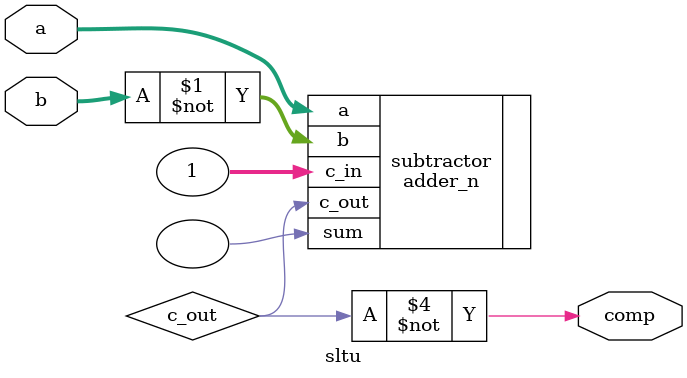
<source format=sv>
module sltu(a, b, comp);

parameter N = 32;

input wire [N-1:0] a, b;
output logic comp;


logic [N-1:0] sum;
logic c_out;
adder_n #(.N(N)) subtractor(.a(a), .b(~b), .c_in(1), .sum(), .c_out(c_out));

always_comb comp = ~c_out;

endmodule
</source>
